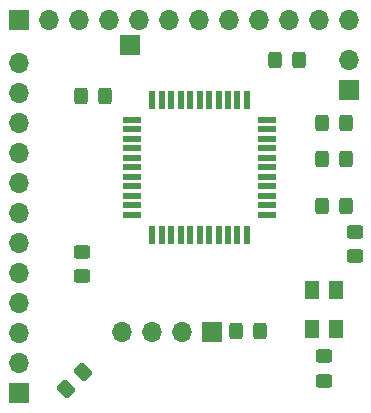
<source format=gbr>
G04 #@! TF.GenerationSoftware,KiCad,Pcbnew,7.0.1*
G04 #@! TF.CreationDate,2023-03-23T13:52:39-07:00*
G04 #@! TF.ProjectId,mcu daughterboard,6d637520-6461-4756-9768-746572626f61,rev?*
G04 #@! TF.SameCoordinates,Original*
G04 #@! TF.FileFunction,Soldermask,Bot*
G04 #@! TF.FilePolarity,Negative*
%FSLAX46Y46*%
G04 Gerber Fmt 4.6, Leading zero omitted, Abs format (unit mm)*
G04 Created by KiCad (PCBNEW 7.0.1) date 2023-03-23 13:52:39*
%MOMM*%
%LPD*%
G01*
G04 APERTURE LIST*
G04 Aperture macros list*
%AMRoundRect*
0 Rectangle with rounded corners*
0 $1 Rounding radius*
0 $2 $3 $4 $5 $6 $7 $8 $9 X,Y pos of 4 corners*
0 Add a 4 corners polygon primitive as box body*
4,1,4,$2,$3,$4,$5,$6,$7,$8,$9,$2,$3,0*
0 Add four circle primitives for the rounded corners*
1,1,$1+$1,$2,$3*
1,1,$1+$1,$4,$5*
1,1,$1+$1,$6,$7*
1,1,$1+$1,$8,$9*
0 Add four rect primitives between the rounded corners*
20,1,$1+$1,$2,$3,$4,$5,0*
20,1,$1+$1,$4,$5,$6,$7,0*
20,1,$1+$1,$6,$7,$8,$9,0*
20,1,$1+$1,$8,$9,$2,$3,0*%
G04 Aperture macros list end*
%ADD10R,1.700000X1.700000*%
%ADD11O,1.700000X1.700000*%
%ADD12RoundRect,0.250000X-0.088388X0.548008X-0.548008X0.088388X0.088388X-0.548008X0.548008X-0.088388X0*%
%ADD13RoundRect,0.250000X0.450000X-0.325000X0.450000X0.325000X-0.450000X0.325000X-0.450000X-0.325000X0*%
%ADD14RoundRect,0.250000X-0.325000X-0.450000X0.325000X-0.450000X0.325000X0.450000X-0.325000X0.450000X0*%
%ADD15RoundRect,0.250000X-0.450000X0.325000X-0.450000X-0.325000X0.450000X-0.325000X0.450000X0.325000X0*%
%ADD16R,1.500000X0.550000*%
%ADD17R,0.550000X1.500000*%
%ADD18RoundRect,0.250000X0.325000X0.450000X-0.325000X0.450000X-0.325000X-0.450000X0.325000X-0.450000X0*%
%ADD19R,1.300000X1.600000*%
G04 APERTURE END LIST*
D10*
X141998558Y-112934804D03*
D11*
X139458558Y-112934804D03*
X136918558Y-112934804D03*
X134378558Y-112934804D03*
D10*
X135048558Y-88667304D03*
X153548558Y-92437304D03*
D11*
X153548558Y-89897304D03*
D10*
X125618558Y-86524804D03*
D11*
X128158558Y-86524804D03*
X130698558Y-86524804D03*
X133238558Y-86524804D03*
X135778558Y-86524804D03*
X138318558Y-86524804D03*
X140858558Y-86524804D03*
X143398558Y-86524804D03*
X145938558Y-86524804D03*
X148478558Y-86524804D03*
X151018558Y-86524804D03*
X153558558Y-86524804D03*
D10*
X125628558Y-118124804D03*
D11*
X125628558Y-115584804D03*
X125628558Y-113044804D03*
X125628558Y-110504804D03*
X125628558Y-107964804D03*
X125628558Y-105424804D03*
X125628558Y-102884804D03*
X125628558Y-100344804D03*
X125628558Y-97804804D03*
X125628558Y-95264804D03*
X125628558Y-92724804D03*
X125628558Y-90184804D03*
D12*
X131018126Y-116364132D03*
X129568558Y-117813700D03*
D13*
X151448558Y-117059804D03*
X151448558Y-115009804D03*
X154038558Y-106538700D03*
X154038558Y-104488700D03*
D14*
X147275000Y-89960000D03*
X149325000Y-89960000D03*
D15*
X130998558Y-106149804D03*
X130998558Y-108199804D03*
D14*
X151253558Y-95264804D03*
X153303558Y-95264804D03*
X151253558Y-102264804D03*
X153303558Y-102264804D03*
D16*
X146618558Y-95004804D03*
X146618558Y-95804804D03*
X146618558Y-96604804D03*
X146618558Y-97404804D03*
X146618558Y-98204804D03*
X146618558Y-99004804D03*
X146618558Y-99804804D03*
X146618558Y-100604804D03*
X146618558Y-101404804D03*
X146618558Y-102204804D03*
X146618558Y-103004804D03*
D17*
X144918558Y-104704804D03*
X144118558Y-104704804D03*
X143318558Y-104704804D03*
X142518558Y-104704804D03*
X141718558Y-104704804D03*
X140918558Y-104704804D03*
X140118558Y-104704804D03*
X139318558Y-104704804D03*
X138518558Y-104704804D03*
X137718558Y-104704804D03*
X136918558Y-104704804D03*
D16*
X135218558Y-103004804D03*
X135218558Y-102204804D03*
X135218558Y-101404804D03*
X135218558Y-100604804D03*
X135218558Y-99804804D03*
X135218558Y-99004804D03*
X135218558Y-98204804D03*
X135218558Y-97404804D03*
X135218558Y-96604804D03*
X135218558Y-95804804D03*
X135218558Y-95004804D03*
D17*
X136918558Y-93304804D03*
X137718558Y-93304804D03*
X138518558Y-93304804D03*
X139318558Y-93304804D03*
X140118558Y-93304804D03*
X140918558Y-93304804D03*
X141718558Y-93304804D03*
X142518558Y-93304804D03*
X143318558Y-93304804D03*
X144118558Y-93304804D03*
X144918558Y-93304804D03*
D14*
X144023558Y-112871054D03*
X146073558Y-112871054D03*
D18*
X132915000Y-92990000D03*
X130865000Y-92990000D03*
D14*
X151253558Y-98264804D03*
X153303558Y-98264804D03*
D19*
X150448558Y-112684804D03*
X150448558Y-109384804D03*
X152448558Y-109384804D03*
X152448558Y-112684804D03*
M02*

</source>
